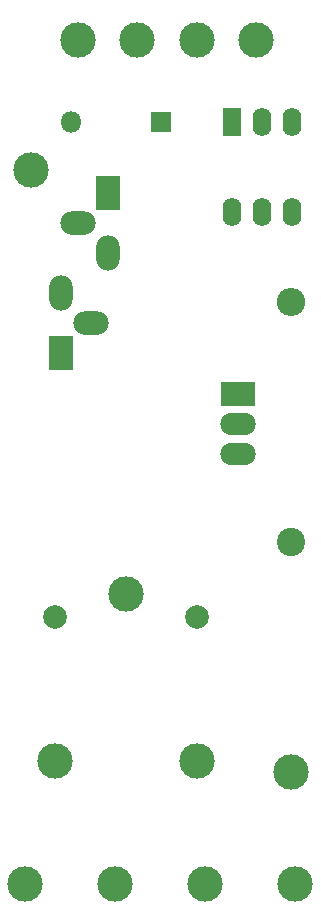
<source format=gbr>
%TF.GenerationSoftware,KiCad,Pcbnew,(5.1.6)-1*%
%TF.CreationDate,2021-02-27T12:29:00+04:00*%
%TF.ProjectId,SmartHouseDINRelayGate,536d6172-7448-46f7-9573-6544494e5265,rev?*%
%TF.SameCoordinates,Original*%
%TF.FileFunction,Copper,L2,Bot*%
%TF.FilePolarity,Positive*%
%FSLAX46Y46*%
G04 Gerber Fmt 4.6, Leading zero omitted, Abs format (unit mm)*
G04 Created by KiCad (PCBNEW (5.1.6)-1) date 2021-02-27 12:29:00*
%MOMM*%
%LPD*%
G01*
G04 APERTURE LIST*
%TA.AperFunction,ComponentPad*%
%ADD10R,1.800000X1.800000*%
%TD*%
%TA.AperFunction,ComponentPad*%
%ADD11O,1.800000X1.800000*%
%TD*%
%TA.AperFunction,ComponentPad*%
%ADD12C,3.000000*%
%TD*%
%TA.AperFunction,ComponentPad*%
%ADD13C,2.000000*%
%TD*%
%TA.AperFunction,ComponentPad*%
%ADD14C,2.400000*%
%TD*%
%TA.AperFunction,ComponentPad*%
%ADD15O,2.400000X2.400000*%
%TD*%
%TA.AperFunction,ComponentPad*%
%ADD16O,3.000000X2.000000*%
%TD*%
%TA.AperFunction,ComponentPad*%
%ADD17R,2.000000X3.000000*%
%TD*%
%TA.AperFunction,ComponentPad*%
%ADD18O,2.000000X3.000000*%
%TD*%
%TA.AperFunction,ComponentPad*%
%ADD19R,3.000000X2.000000*%
%TD*%
%TA.AperFunction,ComponentPad*%
%ADD20O,3.000000X1.905000*%
%TD*%
%TA.AperFunction,ComponentPad*%
%ADD21R,1.600000X2.400000*%
%TD*%
%TA.AperFunction,ComponentPad*%
%ADD22O,1.600000X2.400000*%
%TD*%
G04 APERTURE END LIST*
D10*
%TO.P,D2,1*%
%TO.N,Net-(D2-Pad1)*%
X264000000Y-62000000D03*
D11*
%TO.P,D2,2*%
%TO.N,Net-(D2-Pad2)*%
X256380000Y-62000000D03*
%TD*%
D12*
%TO.P,U3,3*%
%TO.N,Net-(Q1-Pad1)*%
X261000000Y-101900000D03*
D13*
%TO.P,U3,1*%
%TO.N,Net-(D2-Pad2)*%
X255000000Y-103900000D03*
%TO.P,U3,2*%
%TO.N,Net-(D2-Pad1)*%
X267000000Y-103900000D03*
D12*
%TO.P,U3,5*%
%TO.N,Net-(P2-Pad2)*%
X267000000Y-116100000D03*
%TO.P,U3,4*%
%TO.N,Net-(P2-Pad1)*%
X255000000Y-116100000D03*
%TD*%
D14*
%TO.P,R3,1*%
%TO.N,Net-(P2-Pad4)*%
X275000000Y-97500000D03*
D15*
%TO.P,R3,2*%
%TO.N,Net-(R3-Pad2)*%
X275000000Y-77180000D03*
%TD*%
D12*
%TO.P,REF\u002A\u002A,1*%
%TO.N,N/C*%
X253000000Y-66000000D03*
%TD*%
%TO.P,REF\u002A\u002A,1*%
%TO.N,N/C*%
X275000000Y-117000000D03*
%TD*%
%TO.P,P1,1*%
%TO.N,Net-(P1-Pad1)*%
X257000000Y-55000000D03*
%TO.P,P1,2*%
%TO.N,Net-(P1-Pad2)*%
X262000000Y-55000000D03*
%TO.P,P1,3*%
%TO.N,Net-(D2-Pad1)*%
X267000000Y-55000000D03*
%TO.P,P1,4*%
%TO.N,Net-(P1-Pad4)*%
X272000000Y-55000000D03*
%TD*%
D16*
%TO.P,Q2,2*%
%TO.N,Net-(Q2-Pad2)*%
X258040000Y-78960000D03*
D17*
%TO.P,Q2,1*%
%TO.N,Net-(P1-Pad4)*%
X255500000Y-81500000D03*
D18*
%TO.P,Q2,3*%
%TO.N,Net-(D2-Pad2)*%
X255500000Y-76420000D03*
%TD*%
D16*
%TO.P,Q4,2*%
%TO.N,Net-(D2-Pad2)*%
X256960000Y-70540000D03*
D17*
%TO.P,Q4,1*%
%TO.N,Net-(P1-Pad1)*%
X259500000Y-68000000D03*
D18*
%TO.P,Q4,3*%
%TO.N,Net-(Q2-Pad2)*%
X259500000Y-73080000D03*
%TD*%
D12*
%TO.P,P2,1*%
%TO.N,Net-(P2-Pad1)*%
X252510000Y-126500000D03*
%TO.P,P2,2*%
%TO.N,Net-(P2-Pad2)*%
X260130000Y-126500000D03*
%TO.P,P2,3*%
%TO.N,Net-(P2-Pad3)*%
X267750000Y-126500000D03*
%TO.P,P2,4*%
%TO.N,Net-(P2-Pad4)*%
X275370000Y-126500000D03*
%TD*%
D19*
%TO.P,Q1,1*%
%TO.N,Net-(Q1-Pad1)*%
X270500000Y-85000000D03*
D20*
%TO.P,Q1,2*%
%TO.N,Net-(P2-Pad4)*%
X270500000Y-87540000D03*
%TO.P,Q1,3*%
%TO.N,Net-(Q1-Pad3)*%
X270500000Y-90080000D03*
%TD*%
D21*
%TO.P,U1,1*%
%TO.N,Net-(R1-Pad1)*%
X270000000Y-62000000D03*
D22*
%TO.P,U1,4*%
%TO.N,Net-(Q1-Pad3)*%
X275080000Y-69620000D03*
%TO.P,U1,2*%
%TO.N,Net-(P1-Pad4)*%
X272540000Y-62000000D03*
%TO.P,U1,5*%
%TO.N,Net-(U1-Pad5)*%
X272540000Y-69620000D03*
%TO.P,U1,3*%
%TO.N,Net-(U1-Pad3)*%
X275080000Y-62000000D03*
%TO.P,U1,6*%
%TO.N,Net-(R3-Pad2)*%
X270000000Y-69620000D03*
%TD*%
M02*

</source>
